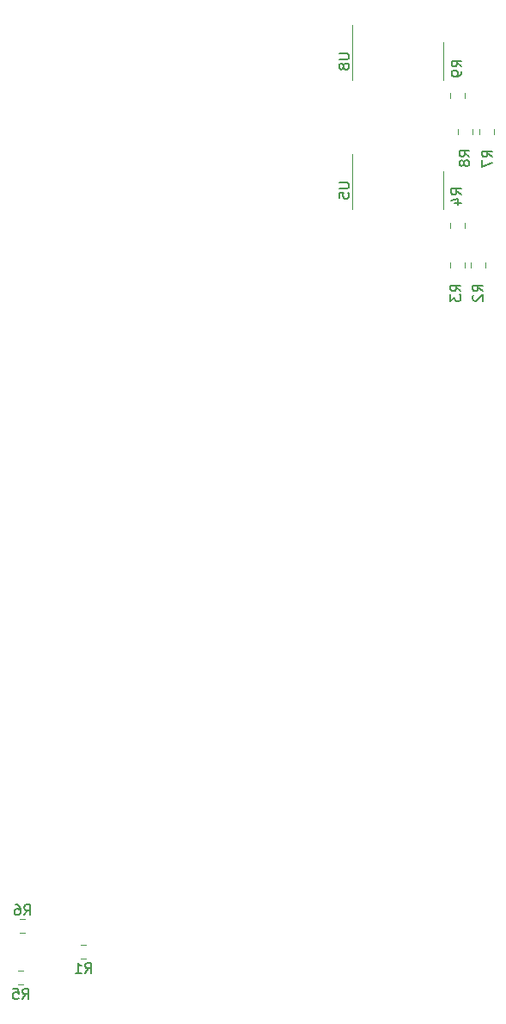
<source format=gbr>
G04 #@! TF.GenerationSoftware,KiCad,Pcbnew,(5.1.6-0-10_14)*
G04 #@! TF.CreationDate,2020-08-01T23:48:07-04:00*
G04 #@! TF.ProjectId,imperializer,696d7065-7269-4616-9c69-7a65722e6b69,1.1*
G04 #@! TF.SameCoordinates,Original*
G04 #@! TF.FileFunction,Legend,Bot*
G04 #@! TF.FilePolarity,Positive*
%FSLAX46Y46*%
G04 Gerber Fmt 4.6, Leading zero omitted, Abs format (unit mm)*
G04 Created by KiCad (PCBNEW (5.1.6-0-10_14)) date 2020-08-01 23:48:07*
%MOMM*%
%LPD*%
G01*
G04 APERTURE LIST*
%ADD10C,0.120000*%
%ADD11C,0.150000*%
G04 APERTURE END LIST*
D10*
X136704000Y-40963322D02*
X136704000Y-41480478D01*
X138124000Y-40963322D02*
X138124000Y-41480478D01*
X135942000Y-37411922D02*
X135942000Y-37929078D01*
X137362000Y-37411922D02*
X137362000Y-37929078D01*
X138837600Y-40963322D02*
X138837600Y-41480478D01*
X140257600Y-40963322D02*
X140257600Y-41480478D01*
X135285000Y-32435700D02*
X135285000Y-36144300D01*
X126335000Y-30765000D02*
X126335000Y-36148600D01*
X135942000Y-54097422D02*
X135942000Y-54614578D01*
X137362000Y-54097422D02*
X137362000Y-54614578D01*
X135942000Y-50208922D02*
X135942000Y-50726078D01*
X137362000Y-50208922D02*
X137362000Y-50726078D01*
X137974000Y-54097422D02*
X137974000Y-54614578D01*
X139394000Y-54097422D02*
X139394000Y-54614578D01*
X99563422Y-122630000D02*
X100080578Y-122630000D01*
X99563422Y-121210000D02*
X100080578Y-121210000D01*
X93388922Y-125170000D02*
X93906078Y-125170000D01*
X93388922Y-123750000D02*
X93906078Y-123750000D01*
X93545922Y-120090000D02*
X94063078Y-120090000D01*
X93545922Y-118670000D02*
X94063078Y-118670000D01*
X135285000Y-45135700D02*
X135285000Y-48844300D01*
X126335000Y-43465000D02*
X126335000Y-48848600D01*
D11*
X137866380Y-43673733D02*
X137390190Y-43340400D01*
X137866380Y-43102304D02*
X136866380Y-43102304D01*
X136866380Y-43483257D01*
X136914000Y-43578495D01*
X136961619Y-43626114D01*
X137056857Y-43673733D01*
X137199714Y-43673733D01*
X137294952Y-43626114D01*
X137342571Y-43578495D01*
X137390190Y-43483257D01*
X137390190Y-43102304D01*
X137294952Y-44245161D02*
X137247333Y-44149923D01*
X137199714Y-44102304D01*
X137104476Y-44054685D01*
X137056857Y-44054685D01*
X136961619Y-44102304D01*
X136914000Y-44149923D01*
X136866380Y-44245161D01*
X136866380Y-44435638D01*
X136914000Y-44530876D01*
X136961619Y-44578495D01*
X137056857Y-44626114D01*
X137104476Y-44626114D01*
X137199714Y-44578495D01*
X137247333Y-44530876D01*
X137294952Y-44435638D01*
X137294952Y-44245161D01*
X137342571Y-44149923D01*
X137390190Y-44102304D01*
X137485428Y-44054685D01*
X137675904Y-44054685D01*
X137771142Y-44102304D01*
X137818761Y-44149923D01*
X137866380Y-44245161D01*
X137866380Y-44435638D01*
X137818761Y-44530876D01*
X137771142Y-44578495D01*
X137675904Y-44626114D01*
X137485428Y-44626114D01*
X137390190Y-44578495D01*
X137342571Y-44530876D01*
X137294952Y-44435638D01*
X137104380Y-34834533D02*
X136628190Y-34501200D01*
X137104380Y-34263104D02*
X136104380Y-34263104D01*
X136104380Y-34644057D01*
X136152000Y-34739295D01*
X136199619Y-34786914D01*
X136294857Y-34834533D01*
X136437714Y-34834533D01*
X136532952Y-34786914D01*
X136580571Y-34739295D01*
X136628190Y-34644057D01*
X136628190Y-34263104D01*
X137104380Y-35310723D02*
X137104380Y-35501200D01*
X137056761Y-35596438D01*
X137009142Y-35644057D01*
X136866285Y-35739295D01*
X136675809Y-35786914D01*
X136294857Y-35786914D01*
X136199619Y-35739295D01*
X136152000Y-35691676D01*
X136104380Y-35596438D01*
X136104380Y-35405961D01*
X136152000Y-35310723D01*
X136199619Y-35263104D01*
X136294857Y-35215485D01*
X136532952Y-35215485D01*
X136628190Y-35263104D01*
X136675809Y-35310723D01*
X136723428Y-35405961D01*
X136723428Y-35596438D01*
X136675809Y-35691676D01*
X136628190Y-35739295D01*
X136532952Y-35786914D01*
X140101580Y-43724533D02*
X139625390Y-43391200D01*
X140101580Y-43153104D02*
X139101580Y-43153104D01*
X139101580Y-43534057D01*
X139149200Y-43629295D01*
X139196819Y-43676914D01*
X139292057Y-43724533D01*
X139434914Y-43724533D01*
X139530152Y-43676914D01*
X139577771Y-43629295D01*
X139625390Y-43534057D01*
X139625390Y-43153104D01*
X139101580Y-44057866D02*
X139101580Y-44724533D01*
X140101580Y-44295961D01*
X125012380Y-33528095D02*
X125821904Y-33528095D01*
X125917142Y-33575714D01*
X125964761Y-33623333D01*
X126012380Y-33718571D01*
X126012380Y-33909047D01*
X125964761Y-34004285D01*
X125917142Y-34051904D01*
X125821904Y-34099523D01*
X125012380Y-34099523D01*
X125440952Y-34718571D02*
X125393333Y-34623333D01*
X125345714Y-34575714D01*
X125250476Y-34528095D01*
X125202857Y-34528095D01*
X125107619Y-34575714D01*
X125060000Y-34623333D01*
X125012380Y-34718571D01*
X125012380Y-34909047D01*
X125060000Y-35004285D01*
X125107619Y-35051904D01*
X125202857Y-35099523D01*
X125250476Y-35099523D01*
X125345714Y-35051904D01*
X125393333Y-35004285D01*
X125440952Y-34909047D01*
X125440952Y-34718571D01*
X125488571Y-34623333D01*
X125536190Y-34575714D01*
X125631428Y-34528095D01*
X125821904Y-34528095D01*
X125917142Y-34575714D01*
X125964761Y-34623333D01*
X126012380Y-34718571D01*
X126012380Y-34909047D01*
X125964761Y-35004285D01*
X125917142Y-35051904D01*
X125821904Y-35099523D01*
X125631428Y-35099523D01*
X125536190Y-35051904D01*
X125488571Y-35004285D01*
X125440952Y-34909047D01*
X137002780Y-56932533D02*
X136526590Y-56599200D01*
X137002780Y-56361104D02*
X136002780Y-56361104D01*
X136002780Y-56742057D01*
X136050400Y-56837295D01*
X136098019Y-56884914D01*
X136193257Y-56932533D01*
X136336114Y-56932533D01*
X136431352Y-56884914D01*
X136478971Y-56837295D01*
X136526590Y-56742057D01*
X136526590Y-56361104D01*
X136002780Y-57265866D02*
X136002780Y-57884914D01*
X136383733Y-57551580D01*
X136383733Y-57694438D01*
X136431352Y-57789676D01*
X136478971Y-57837295D01*
X136574209Y-57884914D01*
X136812304Y-57884914D01*
X136907542Y-57837295D01*
X136955161Y-57789676D01*
X137002780Y-57694438D01*
X137002780Y-57408723D01*
X136955161Y-57313485D01*
X136907542Y-57265866D01*
X137053580Y-47432933D02*
X136577390Y-47099600D01*
X137053580Y-46861504D02*
X136053580Y-46861504D01*
X136053580Y-47242457D01*
X136101200Y-47337695D01*
X136148819Y-47385314D01*
X136244057Y-47432933D01*
X136386914Y-47432933D01*
X136482152Y-47385314D01*
X136529771Y-47337695D01*
X136577390Y-47242457D01*
X136577390Y-46861504D01*
X136386914Y-48290076D02*
X137053580Y-48290076D01*
X136005961Y-48051980D02*
X136720247Y-47813885D01*
X136720247Y-48432933D01*
X139187180Y-56932533D02*
X138710990Y-56599200D01*
X139187180Y-56361104D02*
X138187180Y-56361104D01*
X138187180Y-56742057D01*
X138234800Y-56837295D01*
X138282419Y-56884914D01*
X138377657Y-56932533D01*
X138520514Y-56932533D01*
X138615752Y-56884914D01*
X138663371Y-56837295D01*
X138710990Y-56742057D01*
X138710990Y-56361104D01*
X138282419Y-57313485D02*
X138234800Y-57361104D01*
X138187180Y-57456342D01*
X138187180Y-57694438D01*
X138234800Y-57789676D01*
X138282419Y-57837295D01*
X138377657Y-57884914D01*
X138472895Y-57884914D01*
X138615752Y-57837295D01*
X139187180Y-57265866D01*
X139187180Y-57884914D01*
X99988666Y-124022380D02*
X100322000Y-123546190D01*
X100560095Y-124022380D02*
X100560095Y-123022380D01*
X100179142Y-123022380D01*
X100083904Y-123070000D01*
X100036285Y-123117619D01*
X99988666Y-123212857D01*
X99988666Y-123355714D01*
X100036285Y-123450952D01*
X100083904Y-123498571D01*
X100179142Y-123546190D01*
X100560095Y-123546190D01*
X99036285Y-124022380D02*
X99607714Y-124022380D01*
X99322000Y-124022380D02*
X99322000Y-123022380D01*
X99417238Y-123165238D01*
X99512476Y-123260476D01*
X99607714Y-123308095D01*
X93814166Y-126562380D02*
X94147500Y-126086190D01*
X94385595Y-126562380D02*
X94385595Y-125562380D01*
X94004642Y-125562380D01*
X93909404Y-125610000D01*
X93861785Y-125657619D01*
X93814166Y-125752857D01*
X93814166Y-125895714D01*
X93861785Y-125990952D01*
X93909404Y-126038571D01*
X94004642Y-126086190D01*
X94385595Y-126086190D01*
X92909404Y-125562380D02*
X93385595Y-125562380D01*
X93433214Y-126038571D01*
X93385595Y-125990952D01*
X93290357Y-125943333D01*
X93052261Y-125943333D01*
X92957023Y-125990952D01*
X92909404Y-126038571D01*
X92861785Y-126133809D01*
X92861785Y-126371904D01*
X92909404Y-126467142D01*
X92957023Y-126514761D01*
X93052261Y-126562380D01*
X93290357Y-126562380D01*
X93385595Y-126514761D01*
X93433214Y-126467142D01*
X93971166Y-118308380D02*
X94304500Y-117832190D01*
X94542595Y-118308380D02*
X94542595Y-117308380D01*
X94161642Y-117308380D01*
X94066404Y-117356000D01*
X94018785Y-117403619D01*
X93971166Y-117498857D01*
X93971166Y-117641714D01*
X94018785Y-117736952D01*
X94066404Y-117784571D01*
X94161642Y-117832190D01*
X94542595Y-117832190D01*
X93114023Y-117308380D02*
X93304500Y-117308380D01*
X93399738Y-117356000D01*
X93447357Y-117403619D01*
X93542595Y-117546476D01*
X93590214Y-117736952D01*
X93590214Y-118117904D01*
X93542595Y-118213142D01*
X93494976Y-118260761D01*
X93399738Y-118308380D01*
X93209261Y-118308380D01*
X93114023Y-118260761D01*
X93066404Y-118213142D01*
X93018785Y-118117904D01*
X93018785Y-117879809D01*
X93066404Y-117784571D01*
X93114023Y-117736952D01*
X93209261Y-117689333D01*
X93399738Y-117689333D01*
X93494976Y-117736952D01*
X93542595Y-117784571D01*
X93590214Y-117879809D01*
X125012380Y-46228095D02*
X125821904Y-46228095D01*
X125917142Y-46275714D01*
X125964761Y-46323333D01*
X126012380Y-46418571D01*
X126012380Y-46609047D01*
X125964761Y-46704285D01*
X125917142Y-46751904D01*
X125821904Y-46799523D01*
X125012380Y-46799523D01*
X125012380Y-47751904D02*
X125012380Y-47275714D01*
X125488571Y-47228095D01*
X125440952Y-47275714D01*
X125393333Y-47370952D01*
X125393333Y-47609047D01*
X125440952Y-47704285D01*
X125488571Y-47751904D01*
X125583809Y-47799523D01*
X125821904Y-47799523D01*
X125917142Y-47751904D01*
X125964761Y-47704285D01*
X126012380Y-47609047D01*
X126012380Y-47370952D01*
X125964761Y-47275714D01*
X125917142Y-47228095D01*
M02*

</source>
